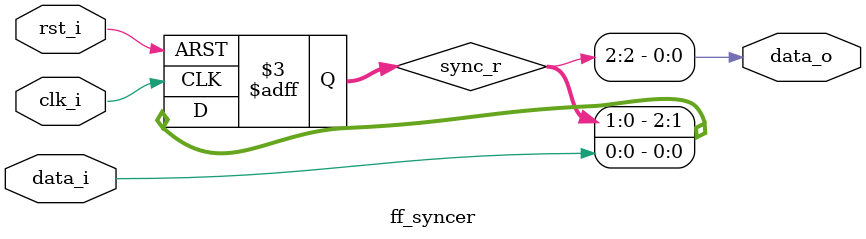
<source format=sv>
`timescale 1ns / 1ps

module ff_syncer #(
  parameter SYNC_REGS = 3,
  parameter RESET_VAL = 1'b0
) (
  input   wire  clk_i,
  input   wire  rst_i,
  input   wire  data_i,
  output  wire  data_o
);

  /* note: this _must_ be named sync_r for the timing constraint false paths
     to find this construct. */
  (* shreg_extract = "no", ASYNC_REG = "TRUE"
  *) reg  [SYNC_REGS-1:0] sync_r = {SYNC_REGS{RESET_VAL}};

  assign data_o = sync_r[SYNC_REGS-1];

  always @(posedge clk_i or posedge rst_i) begin
    if (rst_i)
      sync_r <= {SYNC_REGS{RESET_VAL}};
    else
      sync_r <= {sync_r[SYNC_REGS-2:0], data_i};
  end
endmodule

</source>
